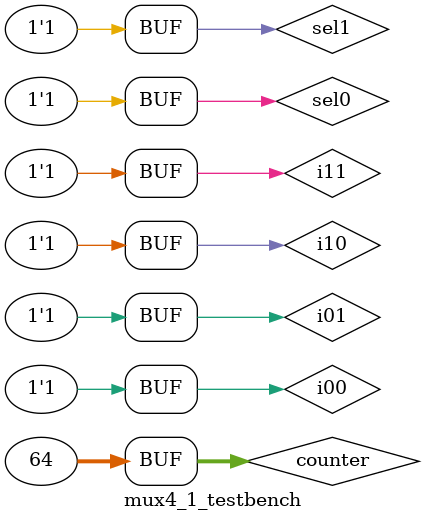
<source format=sv>
module mux4_1(out, i00, i01, i10, i11, sel0, sel1);
		output out;
		input i00, i01, i10, i11, sel0, sel1;
		
		wire v0, v1;
		
		mux2_1 m0(.out(v0), .i0(i00), .i1(i01), .sel(sel0));
		mux2_1 m1(.out(v1), .i0(i10), .i1(i11), .sel(sel1));
		mux2_1 m(.out(out), .i0(v0) , .i1(v1) , .sel(sel1));
endmodule 

module mux4_1_testbench();
		reg i00, i01, i10, i11, sel0, sel1;
		wire out;
		
		mux4_1 dut (.out, .i00, .i01, .i10, .i11, .sel0, .sel1);
		
		integer counter;
		initial begin
				for (counter = 0; counter < 64; counter++) begin
						{sel1, sel0, i00, i01, i10, i11} = counter; #10;
				end
		end
endmodule	
</source>
